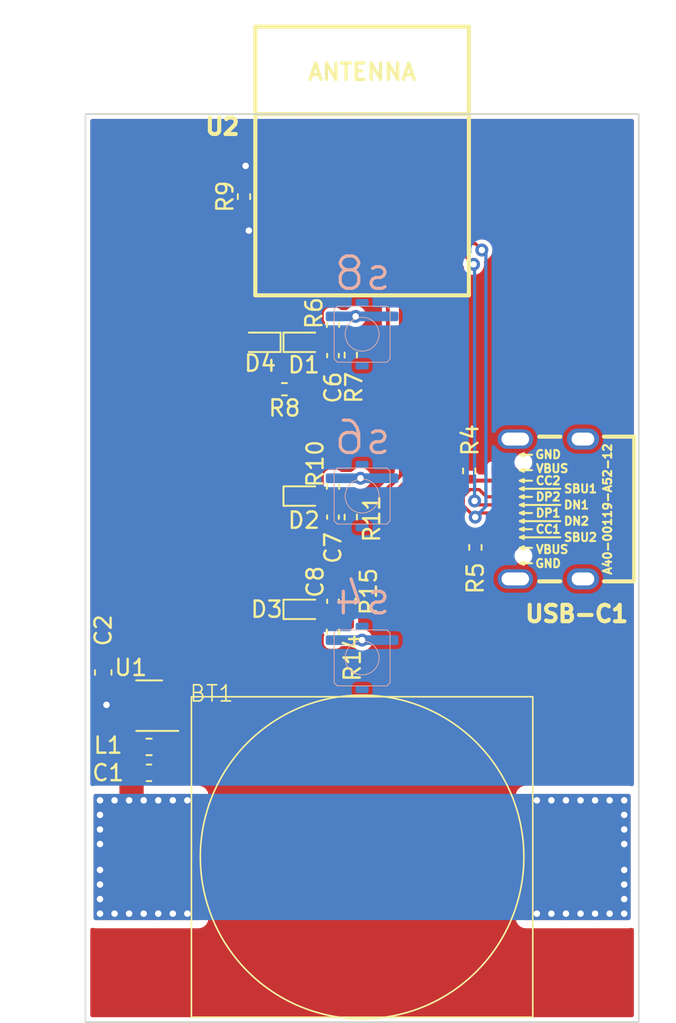
<source format=kicad_pcb>
(kicad_pcb (version 20221018) (generator pcbnew)
  (layers (0 "F.Cu" signal) (31 "B.Cu" signal) (34 "B.Paste" user) (35 "F.Paste" user) (36 "B.SilkS" user "B.Silkscreen") (37 "F.SilkS" user "F.Silkscreen") (38 "B.Mask" user) (39 "F.Mask" user) (44 "Edge.Cuts" user))
  (net 0 "")
  (net 1 "+5V")
  (net 2 "GND")
  (net 3 "EN_LDO")
  (net 4 "8S")
  (net 5 "6S")
  (net 6 "4S")
  (net 7 "LATCH")
  (net 8 "Net-(USB-C1-CC2)")
  (net 9 "Net-(USB-C1-CC1)")
  (net 10 "+3V3")
  (net 11 "Net-(s8-1)")
  (net 12 "Net-(s6-1)")
  (net 13 "Net-(s4-1)")
  (net 28 "USB_D-")
  (net 29 "USB_D+")
  (net 41 "+3V0")
  (net 42 "Net-(U1-SW)")
  (footprint "Resistor_SMD:R_0402_1005Metric" (layer "F.Cu") (at 150.9 83.49 -90)
    (fp_text reference "R7" (at 2.01 -0.2 90) (layer "F.SilkS"))
    (fp_text value "10k")
    (fp_line (start -0.153641 -0.38) (end 0.153641 -0.38) (stroke (width 0.12)) (layer "F.SilkS"))
    (fp_line (start -0.153641 0.38) (end 0.153641 0.38) (stroke (width 0.12)) (layer "F.SilkS"))
    (pad "1" smd roundrect (at -0.51 0 270) (size 0.54 0.64) (layers "F.Cu" "F.Paste" "F.Mask") (net 4 "8S"))
    (pad "2" smd roundrect (at 0.51 0 270) (size 0.54 0.64) (layers "F.Cu" "F.Paste" "F.Mask") (net 2 "GND"))
  )
  (footprint "Capacitor_SMD:C_0603_1608Metric" (layer "F.Cu") (at 138.43 109.3)
    (fp_text reference "C1" (at -2.53 0) (layer "F.SilkS"))
    (fp_text value "10u")
    (fp_line (start -0.14058 -0.51) (end 0.14058 -0.51) (stroke (width 0.12)) (layer "F.SilkS"))
    (fp_line (start -0.14058 0.51) (end 0.14058 0.51) (stroke (width 0.12)) (layer "F.SilkS"))
    (pad "1" smd roundrect (at -0.775 0) (size 0.9 0.95) (layers "F.Cu" "F.Paste" "F.Mask") (net 41 "+3V0"))
    (pad "2" smd roundrect (at 0.775 0) (size 0.9 0.95) (layers "F.Cu" "F.Paste" "F.Mask") (net 2 "GND"))
  )
  (footprint "Diode_SMD:D_SOD-523" (layer "F.Cu") (at 148 82.7)
    (fp_text reference "D1" (at 0 1.4) (layer "F.SilkS"))
    (fp_text value "1N4148WT")
    (fp_line (start -1.26 -0.6) (end -1.26 0.6) (stroke (width 0.12)) (layer "F.SilkS"))
    (fp_line (start 0.7 -0.6) (end -1.26 -0.6) (stroke (width 0.12)) (layer "F.SilkS"))
    (fp_line (start 0.7 0.6) (end -1.26 0.6) (stroke (width 0.12)) (layer "F.SilkS"))
    (pad "1" smd roundrect (at -0.7 0 180) (size 0.6 0.7) (layers "F.Cu" "F.Paste" "F.Mask") (net 3 "EN_LDO"))
    (pad "2" smd roundrect (at 0.7 0 180) (size 0.6 0.7) (layers "F.Cu" "F.Paste" "F.Mask") (net 4 "8S"))
  )
  (footprint "Capacitor_SMD:C_0603_1608Metric" (layer "F.Cu") (at 135.6 103.1 90)
    (fp_text reference "C2" (at 2.6 0 90) (layer "F.SilkS"))
    (fp_text value "10u")
    (fp_line (start -0.14058 -0.51) (end 0.14058 -0.51) (stroke (width 0.12)) (layer "F.SilkS"))
    (fp_line (start -0.14058 0.51) (end 0.14058 0.51) (stroke (width 0.12)) (layer "F.SilkS"))
    (pad "1" smd roundrect (at -0.775 0 90) (size 0.9 0.95) (layers "F.Cu" "F.Paste" "F.Mask") (net 10 "+3V3"))
    (pad "2" smd roundrect (at 0.775 0 90) (size 0.9 0.95) (layers "F.Cu" "F.Paste" "F.Mask") (net 2 "GND"))
  )
  (footprint "Resistor_SMD:R_0402_1005Metric" (layer "F.Cu") (at 158.222 90.6478 90)
    (fp_text reference "R4" (at 1.905 0.0508 90) (layer "F.SilkS"))
    (fp_text value "5k1")
    (fp_line (start -0.153641 -0.38) (end 0.153641 -0.38) (stroke (width 0.12)) (layer "F.SilkS"))
    (fp_line (start -0.153641 0.38) (end 0.153641 0.38) (stroke (width 0.12)) (layer "F.SilkS"))
    (pad "1" smd roundrect (at -0.51 0 90) (size 0.54 0.64) (layers "F.Cu" "F.Paste" "F.Mask") (net 8 "Net-(USB-C1-CC2)"))
    (pad "2" smd roundrect (at 0.51 0 90) (size 0.54 0.64) (layers "F.Cu" "F.Paste" "F.Mask") (net 2 "GND"))
  )
  (footprint "Resistor_SMD:R_0402_1005Metric" (layer "F.Cu") (at 149.8 91.6 90)
    (fp_text reference "R10" (at 1.4 -1.1 90) (layer "F.SilkS"))
    (fp_text value "1k")
    (fp_line (start -0.153641 -0.38) (end 0.153641 -0.38) (stroke (width 0.12)) (layer "F.SilkS"))
    (fp_line (start -0.153641 0.38) (end 0.153641 0.38) (stroke (width 0.12)) (layer "F.SilkS"))
    (pad "1" smd roundrect (at -0.51 0 90) (size 0.54 0.64) (layers "F.Cu" "F.Paste" "F.Mask") (net 5 "6S"))
    (pad "2" smd roundrect (at 0.51 0 90) (size 0.54 0.64) (layers "F.Cu" "F.Paste" "F.Mask") (net 12 "Net-(s6-1)"))
  )
  (footprint "Personal:ESP32-­C3-­MINI­-1" (layer "F.Cu") (at 151.6 74.2)
    (fp_text reference "U2" (at -8.636 -4.826) (layer "F.SilkS") (effects (font (size 1.016 1.016) (thickness 0.254))))
    (fp_text value "ESP32-C3-MINI-1-N4")
    (fp_text user "ANTENNA" (at 0 -8.2) (layer "F.SilkS") (effects (font (size 1.016 1.016) (thickness 0.2) bold)))
    (fp_line (start -6.6 -11) (end -6.6 -5.6) (stroke (width 0.254)) (layer "F.SilkS"))
    (fp_line (start -6.6 -5.6) (end -6.6 5.6) (stroke (width 0.254)) (layer "F.SilkS"))
    (fp_line (start 6.6 -11) (end -6.6 -11) (stroke (width 0.254)) (layer "F.SilkS"))
    (fp_line (start 6.6 -11) (end 6.6 -5.6) (stroke (width 0.254)) (layer "F.SilkS"))
    (fp_line (start 6.6 -5.6) (end -6.6 -5.6) (stroke (width 0.254)) (layer "F.SilkS"))
    (fp_line (start 6.6 5.6) (end -6.6 5.6) (stroke (width 0.254)) (layer "F.SilkS"))
    (fp_line (start 6.6 5.6) (end 6.6 -5.6) (stroke (width 0.254)) (layer "F.SilkS"))
    (pad "1" smd rect (at -5.9 -4 90) (size 0.4 0.8) (layers "F.Cu" "F.Paste" "F.Mask") (net 2 "GND"))
    (pad "2" smd rect (at -5.9 -3.2 90) (size 0.4 0.8) (layers "F.Cu" "F.Paste" "F.Mask") (net 2 "GND"))
    (pad "3" smd rect (at -5.9 -2.4 90) (size 0.4 0.8) (layers "F.Cu" "F.Paste" "F.Mask") (net 10 "+3V3"))
    (pad "4" smd rect (at -5.9 -1.6 90) (size 0.4 0.8) (layers "F.Cu" "F.Paste" "F.Mask"))
    (pad "5" smd rect (at -5.9 -0.8 90) (size 0.4 0.8) (layers "F.Cu" "F.Paste" "F.Mask"))
    (pad "6" smd rect (at -5.9 0 90) (size 0.4 0.8) (layers "F.Cu" "F.Paste" "F.Mask") (net 7 "LATCH"))
    (pad "7" smd rect (at -5.9 0.8 90) (size 0.4 0.8) (layers "F.Cu" "F.Paste" "F.Mask"))
    (pad "8" smd rect (at -5.9 1.6 90) (size 0.4 0.8) (layers "F.Cu" "F.Paste" "F.Mask") (net 10 "+3V3"))
    (pad "9" smd rect (at -5.9 2.4 90) (size 0.4 0.8) (layers "F.Cu" "F.Paste" "F.Mask"))
    (pad "10" smd rect (at -5.9 3.2 90) (size 0.4 0.8) (layers "F.Cu" "F.Paste" "F.Mask"))
    (pad "11" smd rect (at -5.9 4 90) (size 0.4 0.8) (layers "F.Cu" "F.Paste" "F.Mask") (net 2 "GND"))
    (pad "12" smd rect (at -4.8 4.9) (size 0.4 0.8) (layers "F.Cu" "F.Paste" "F.Mask"))
    (pad "13" smd rect (at -4 4.9) (size 0.4 0.8) (layers "F.Cu" "F.Paste" "F.Mask"))
    (pad "14" smd rect (at -3.2 4.9) (size 0.4 0.8) (layers "F.Cu" "F.Paste" "F.Mask") (net 2 "GND"))
    (pad "15" smd rect (at -2.4 4.9) (size 0.4 0.8) (layers "F.Cu" "F.Paste" "F.Mask"))
    (pad "16" smd rect (at -1.6 4.9) (size 0.4 0.8) (layers "F.Cu" "F.Paste" "F.Mask"))
    (pad "17" smd rect (at -0.8 4.9) (size 0.4 0.8) (layers "F.Cu" "F.Paste" "F.Mask"))
    (pad "18" smd rect (at 0 4.9) (size 0.4 0.8) (layers "F.Cu" "F.Paste" "F.Mask"))
    (pad "19" smd rect (at 0.8 4.9) (size 0.4 0.8) (layers "F.Cu" "F.Paste" "F.Mask"))
    (pad "20" smd rect (at 1.6 4.9) (size 0.4 0.8) (layers "F.Cu" "F.Paste" "F.Mask") (net 4 "8S"))
    (pad "21" smd rect (at 2.4 4.9) (size 0.4 0.8) (layers "F.Cu" "F.Paste" "F.Mask") (net 5 "6S"))
    (pad "22" smd rect (at 3.2 4.9) (size 0.4 0.8) (layers "F.Cu" "F.Paste" "F.Mask") (net 6 "4S"))
    (pad "23" smd rect (at 4 4.9) (size 0.4 0.8) (layers "F.Cu" "F.Paste" "F.Mask"))
    (pad "24" smd rect (at 4.8 4.9) (size 0.4 0.8) (layers "F.Cu" "F.Paste" "F.Mask"))
    (pad "25" smd rect (at 5.9 4 90) (size 0.4 0.8) (layers "F.Cu" "F.Paste" "F.Mask"))
    (pad "26" smd rect (at 5.9 3.2 90) (size 0.4 0.8) (layers "F.Cu" "F.Paste" "F.Mask") (net 28 "USB_D-"))
    (pad "27" smd rect (at 5.9 2.4 90) (size 0.4 0.8) (layers "F.Cu" "F.Paste" "F.Mask") (net 29 "USB_D+"))
    (pad "28" smd rect (at 5.9 1.6 90) (size 0.4 0.8) (layers "F.Cu" "F.Paste" "F.Mask"))
    (pad "29" smd rect (at 5.9 0.8 90) (size 0.4 0.8) (layers "F.Cu" "F.Paste" "F.Mask"))
    (pad "30" smd rect (at 5.9 0 90) (size 0.4 0.8) (layers "F.Cu" "F.Paste" "F.Mask"))
    (pad "31" smd rect (at 5.9 -0.8 90) (size 0.4 0.8) (layers "F.Cu" "F.Paste" "F.Mask"))
    (pad "32" smd rect (at 5.9 -1.6 90) (size 0.4 0.8) (layers "F.Cu" "F.Paste" "F.Mask"))
    (pad "33" smd rect (at 5.9 -2.4 90) (size 0.4 0.8) (layers "F.Cu" "F.Paste" "F.Mask"))
    (pad "34" smd rect (at 5.9 -3.2 90) (size 0.4 0.8) (layers "F.Cu" "F.Paste" "F.Mask"))
    (pad "35" smd rect (at 5.9 -4 90) (size 0.4 0.8) (layers "F.Cu" "F.Paste" "F.Mask"))
    (pad "36" smd rect (at 4.8 -4.9) (size 0.4 0.8) (layers "F.Cu" "F.Paste" "F.Mask") (net 2 "GND"))
    (pad "37" smd rect (at 4 -4.9) (size 0.4 0.8) (layers "F.Cu" "F.Paste" "F.Mask") (net 2 "GND"))
    (pad "38" smd rect (at 3.2 -4.9) (size 0.4 0.8) (layers "F.Cu" "F.Paste" "F.Mask") (net 2 "GND"))
    (pad "39" smd rect (at 2.4 -4.9) (size 0.4 0.8) (layers "F.Cu" "F.Paste" "F.Mask") (net 2 "GND"))
    (pad "40" smd rect (at 1.6 -4.9) (size 0.4 0.8) (layers "F.Cu" "F.Paste" "F.Mask") (net 2 "GND"))
    (pad "41" smd rect (at 0.8 -4.9) (size 0.4 0.8) (layers "F.Cu" "F.Paste" "F.Mask") (net 2 "GND"))
    (pad "42" smd rect (at 0 -4.9) (size 0.4 0.8) (layers "F.Cu" "F.Paste" "F.Mask") (net 2 "GND"))
    (pad "43" smd rect (at -0.8 -4.9) (size 0.4 0.8) (layers "F.Cu" "F.Paste" "F.Mask") (net 2 "GND"))
    (pad "44" smd rect (at -1.6 -4.9) (size 0.4 0.8) (layers "F.Cu" "F.Paste" "F.Mask") (net 2 "GND"))
    (pad "45" smd rect (at -2.4 -4.9) (size 0.4 0.8) (layers "F.Cu" "F.Paste" "F.Mask") (net 2 "GND"))
    (pad "46" smd rect (at -3.2 -4.9) (size 0.4 0.8) (layers "F.Cu" "F.Paste" "F.Mask") (net 2 "GND"))
    (pad "47" smd rect (at -4 -4.9) (size 0.4 0.8) (layers "F.Cu" "F.Paste" "F.Mask") (net 2 "GND"))
    (pad "48" smd rect (at -4.8 -4.9) (size 0.4 0.8) (layers "F.Cu" "F.Paste" "F.Mask") (net 2 "GND"))
    (pad "49" smd rect (at -1.975 -1.975 90) (size 1.45 1.45) (layers "F.Cu" "F.Paste" "F.Mask") (net 2 "GND"))
    (pad "49" smd rect (at -1.975 0 90) (size 1.45 1.45) (layers "F.Cu" "F.Paste" "F.Mask") (net 2 "GND"))
    (pad "49" smd rect (at -1.975 1.975 90) (size 1.45 1.45) (layers "F.Cu" "F.Paste" "F.Mask") (net 2 "GND"))
    (pad "49" smd rect (at 0 -1.975 90) (size 1.45 1.45) (layers "F.Cu" "F.Paste" "F.Mask") (net 2 "GND"))
    (pad "49" smd rect (at 0 0 90) (size 1.45 1.45) (layers "F.Cu" "F.Paste" "F.Mask") (net 2 "GND"))
    (pad "49" smd rect (at 0 1.975 90) (size 1.45 1.45) (layers "F.Cu" "F.Paste" "F.Mask") (net 2 "GND"))
    (pad "49" smd rect (at 1.975 -1.975 90) (size 1.45 1.45) (layers "F.Cu" "F.Paste" "F.Mask") (net 2 "GND"))
    (pad "49" smd rect (at 1.975 0 90) (size 1.45 1.45) (layers "F.Cu" "F.Paste" "F.Mask") (net 2 "GND"))
    (pad "49" smd rect (at 1.975 1.975 90) (size 1.45 1.45) (layers "F.Cu" "F.Paste" "F.Mask") (net 2 "GND"))
    (pad "50" smd rect (at 5.95 -4.95) (size 0.7 0.7) (layers "F.Cu" "F.Paste" "F.Mask") (net 2 "GND"))
    (pad "51" smd rect (at 5.95 4.95) (size 0.7 0.7) (layers "F.Cu" "F.Paste" "F.Mask") (net 2 "GND"))
    (pad "52" smd rect (at -5.95 4.95) (size 0.7 0.7) (layers "F.Cu" "F.Paste" "F.Mask") (net 2 "GND"))
    (pad "53" smd rect (at -5.95 -4.95) (size 0.7 0.7) (layers "F.Cu" "F.Paste" "F.Mask") (net 2 "GND"))
  )
  (footprint "Resistor_SMD:R_0402_1005Metric" (layer "F.Cu") (at 149.8 100.6 -90)
    (fp_text reference "R14" (at 1.6 -1.2 90) (layer "F.SilkS"))
    (fp_text value "1k")
    (fp_line (start -0.153641 -0.38) (end 0.153641 -0.38) (stroke (width 0.12)) (layer "F.SilkS"))
    (fp_line (start -0.153641 0.38) (end 0.153641 0.38) (stroke (width 0.12)) (layer "F.SilkS"))
    (pad "1" smd roundrect (at -0.51 0 270) (size 0.54 0.64) (layers "F.Cu" "F.Paste" "F.Mask") (net 6 "4S"))
    (pad "2" smd roundrect (at 0.51 0 270) (size 0.54 0.64) (layers "F.Cu" "F.Paste" "F.Mask") (net 13 "Net-(s4-1)"))
  )
  (footprint "Capacitor_SMD:C_0402_1005Metric" (layer "F.Cu") (at 149.8 93.5 -90)
    (fp_text reference "C7" (at 1.9 0 90) (layer "F.SilkS"))
    (fp_text value "1u")
    (fp_line (start -0.107836 -0.36) (end 0.107836 -0.36) (stroke (width 0.12)) (layer "F.SilkS"))
    (fp_line (start -0.107836 0.36) (end 0.107836 0.36) (stroke (width 0.12)) (layer "F.SilkS"))
    (pad "1" smd roundrect (at -0.48 0 270) (size 0.56 0.62) (layers "F.Cu" "F.Paste" "F.Mask") (net 5 "6S"))
    (pad "2" smd roundrect (at 0.48 0 270) (size 0.56 0.62) (layers "F.Cu" "F.Paste" "F.Mask") (net 2 "GND"))
  )
  (footprint "Diode_SMD:D_SOD-523" (layer "F.Cu") (at 145.3 82.7 180)
    (fp_text reference "D4" (at 0 -1.3) (layer "F.SilkS"))
    (fp_text value "1N4148WT")
    (fp_line (start -1.26 -0.6) (end -1.26 0.6) (stroke (width 0.12)) (layer "F.SilkS"))
    (fp_line (start 0.7 -0.6) (end -1.26 -0.6) (stroke (width 0.12)) (layer "F.SilkS"))
    (fp_line (start 0.7 0.6) (end -1.26 0.6) (stroke (width 0.12)) (layer "F.SilkS"))
    (pad "1" smd roundrect (at -0.7 0) (size 0.6 0.7) (layers "F.Cu" "F.Paste" "F.Mask") (net 3 "EN_LDO"))
    (pad "2" smd roundrect (at 0.7 0) (size 0.6 0.7) (layers "F.Cu" "F.Paste" "F.Mask") (net 7 "LATCH"))
  )
  (footprint "Capacitor_SMD:C_0402_1005Metric" (layer "F.Cu") (at 149.8 83.52 -90)
    (fp_text reference "C6" (at 1.98 0 90) (layer "F.SilkS"))
    (fp_text value "1u")
    (fp_line (start -0.107836 -0.36) (end 0.107836 -0.36) (stroke (width 0.12)) (layer "F.SilkS"))
    (fp_line (start -0.107836 0.36) (end 0.107836 0.36) (stroke (width 0.12)) (layer "F.SilkS"))
    (pad "1" smd roundrect (at -0.48 0 270) (size 0.56 0.62) (layers "F.Cu" "F.Paste" "F.Mask") (net 4 "8S"))
    (pad "2" smd roundrect (at 0.48 0 270) (size 0.56 0.62) (layers "F.Cu" "F.Paste" "F.Mask") (net 2 "GND"))
  )
  (footprint "Resistor_SMD:R_0402_1005Metric" (layer "F.Cu") (at 149.8 81.6 90)
    (fp_text reference "R6" (at 0.7 -1.17 90) (layer "F.SilkS"))
    (fp_text value "1k")
    (fp_line (start -0.153641 -0.38) (end 0.153641 -0.38) (stroke (width 0.12)) (layer "F.SilkS"))
    (fp_line (start -0.153641 0.38) (end 0.153641 0.38) (stroke (width 0.12)) (layer "F.SilkS"))
    (pad "1" smd roundrect (at -0.51 0 90) (size 0.54 0.64) (layers "F.Cu" "F.Paste" "F.Mask") (net 4 "8S"))
    (pad "2" smd roundrect (at 0.51 0 90) (size 0.54 0.64) (layers "F.Cu" "F.Paste" "F.Mask") (net 11 "Net-(s8-1)"))
  )
  (footprint "Resistor_SMD:R_0402_1005Metric" (layer "F.Cu") (at 150.8 98.7 90)
    (fp_text reference "R15" (at 0.6 1.2 90) (layer "F.SilkS"))
    (fp_text value "10k")
    (fp_line (start -0.153641 -0.38) (end 0.153641 -0.38) (stroke (width 0.12)) (layer "F.SilkS"))
    (fp_line (start -0.153641 0.38) (end 0.153641 0.38) (stroke (width 0.12)) (layer "F.SilkS"))
    (pad "1" smd roundrect (at -0.51 0 90) (size 0.54 0.64) (layers "F.Cu" "F.Paste" "F.Mask") (net 6 "4S"))
    (pad "2" smd roundrect (at 0.51 0 90) (size 0.54 0.64) (layers "F.Cu" "F.Paste" "F.Mask") (net 2 "GND"))
  )
  (footprint "Resistor_SMD:R_0402_1005Metric" (layer "F.Cu") (at 146.8 85.6 180)
    (fp_text reference "R8" (at 0 -1.17) (layer "F.SilkS"))
    (fp_text value "10k")
    (fp_line (start -0.153641 -0.38) (end 0.153641 -0.38) (stroke (width 0.12)) (layer "F.SilkS"))
    (fp_line (start -0.153641 0.38) (end 0.153641 0.38) (stroke (width 0.12)) (layer "F.SilkS"))
    (pad "1" smd roundrect (at -0.51 0 180) (size 0.54 0.64) (layers "F.Cu" "F.Paste" "F.Mask") (net 3 "EN_LDO"))
    (pad "2" smd roundrect (at 0.51 0 180) (size 0.54 0.64) (layers "F.Cu" "F.Paste" "F.Mask") (net 2 "GND"))
  )
  (footprint "Inductor_SMD:L_0603_1608Metric" (layer "F.Cu") (at 138.43 107.7)
    (fp_text reference "L1" (at -2.53 -0.1) (layer "F.SilkS"))
    (fp_text value "4.7u")
    (fp_line (start -0.162779 -0.51) (end 0.162779 -0.51) (stroke (width 0.12)) (layer "F.SilkS"))
    (fp_line (start -0.162779 0.51) (end 0.162779 0.51) (stroke (width 0.12)) (layer "F.SilkS"))
    (pad "1" smd roundrect (at -0.7875 0) (size 0.875 0.95) (layers "F.Cu" "F.Paste" "F.Mask") (net 41 "+3V0"))
    (pad "2" smd roundrect (at 0.7875 0) (size 0.875 0.95) (layers "F.Cu" "F.Paste" "F.Mask") (net 42 "Net-(U1-SW)"))
  )
  (footprint "Capacitor_SMD:C_0402_1005Metric" (layer "F.Cu") (at 149.8 98.7 90)
    (fp_text reference "C8" (at 1.2 -1.1 90) (layer "F.SilkS"))
    (fp_text value "1u")
    (fp_line (start -0.107836 -0.36) (end 0.107836 -0.36) (stroke (width 0.12)) (layer "F.SilkS"))
    (fp_line (start -0.107836 0.36) (end 0.107836 0.36) (stroke (width 0.12)) (layer "F.SilkS"))
    (pad "1" smd roundrect (at -0.48 0 90) (size 0.56 0.62) (layers "F.Cu" "F.Paste" "F.Mask") (net 6 "4S"))
    (pad "2" smd roundrect (at 0.48 0 90) (size 0.56 0.62) (layers "F.Cu" "F.Paste" "F.Mask") (net 2 "GND"))
  )
  (footprint "Diode_SMD:D_SOD-523" (layer "F.Cu") (at 148 92.2)
    (fp_text reference "D2" (at 0 1.5) (layer "F.SilkS"))
    (fp_text value "1N4148WT")
    (fp_line (start -1.26 -0.6) (end -1.26 0.6) (stroke (width 0.12)) (layer "F.SilkS"))
    (fp_line (start 0.7 -0.6) (end -1.26 -0.6) (stroke (width 0.12)) (layer "F.SilkS"))
    (fp_line (start 0.7 0.6) (end -1.26 0.6) (stroke (width 0.12)) (layer "F.SilkS"))
    (pad "1" smd roundrect (at -0.7 0 180) (size 0.6 0.7) (layers "F.Cu" "F.Paste" "F.Mask") (net 3 "EN_LDO"))
    (pad "2" smd roundrect (at 0.7 0 180) (size 0.6 0.7) (layers "F.Cu" "F.Paste" "F.Mask") (net 5 "6S"))
  )
  (footprint "Resistor_SMD:R_0402_1005Metric" (layer "F.Cu") (at 144.3 73.7 90)
    (fp_text reference "R9" (at 0 -1.17 90) (layer "F.SilkS"))
    (fp_text value "1M")
    (fp_line (start -0.153641 -0.38) (end 0.153641 -0.38) (stroke (width 0.12)) (layer "F.SilkS"))
    (fp_line (start -0.153641 0.38) (end 0.153641 0.38) (stroke (width 0.12)) (layer "F.SilkS"))
    (pad "1" smd roundrect (at -0.51 0 90) (size 0.54 0.64) (layers "F.Cu" "F.Paste" "F.Mask") (net 7 "LATCH"))
    (pad "2" smd roundrect (at 0.51 0 90) (size 0.54 0.64) (layers "F.Cu" "F.Paste" "F.Mask") (net 2 "GND"))
  )
  (footprint "Personal:USB2.0_TYPE-C(A40-00119-A52-12)" (layer "F.Cu") (at 164.1 93)
    (fp_text reference "USB-C1" (at 0.762 6.477) (layer "F.SilkS") (effects (font (size 1.016 1.016) (thickness 0.254))))
    (fp_text value "USB-C-16P-F(A40-00119-A52-12)")
    (fp_text user "VBUS" (at -0.75 -2.5) (layer "F.SilkS") (effects (font (size 0.508 0.508) (thickness 0.127))))
    (fp_text user "GND" (at -1 -3.3655) (layer "F.SilkS") (effects (font (size 0.508 0.508) (thickness 0.127))))
    (fp_text user "SBU2" (at 1 1.75) (layer "F.SilkS") (effects (font (size 0.508 0.508) (thickness 0.127))))
    (fp_text user "CC2" (at -1 -1.75) (layer "F.SilkS") (effects (font (size 0.508 0.508) (thickness 0.127))))
    (fp_text user "DP2" (at -1 -0.75) (layer "F.SilkS") (effects (font (size 0.508 0.508) (thickness 0.127))))
    (fp_text user "CC1" (at -1 1.25) (layer "F.SilkS") (effects (font (size 0.508 0.508) (thickness 0.127))))
    (fp_text user "GND" (at -1 3.3655) (layer "F.SilkS") (effects (font (size 0.508 0.508) (thickness 0.127))))
    (fp_text user "DN2" (at 0.75 0.75) (layer "F.SilkS") (effects (font (size 0.508 0.508) (thickness 0.127))))
    (fp_text user "DN1" (at 0.75 -0.25) (layer "F.SilkS") (effects (font (size 0.508 0.508) (thickness 0.127))))
    (fp_text user "SBU1" (at 1 -1.25) (layer "F.SilkS") (effects (font (size 0.508 0.508) (thickness 0.127))))
    (fp_text user "DP1" (at -1 0.25) (layer "F.SilkS") (effects (font (size 0.508 0.508) (thickness 0.127))))
    (fp_text user "VBUS" (at -0.75 2.5) (layer "F.SilkS") (effects (font (size 0.508 0.508) (thickness 0.127))))
    (fp_text user "A40-00119-A52-12" (at 2.667 0 90) (layer "F.SilkS") (effects (font (size 0.508 0.508) (thickness 0.127))))
    (fp_line (start -2.75 -3.35) (end -2.5 -3.45) (stroke (width 0.127)) (layer "F.SilkS"))
    (fp_line (start -2.75 -3.35) (end -2.5 -3.25) (stroke (width 0.127)) (layer "F.SilkS"))
    (fp_line (start -2.75 -2.4) (end -2.5 -2.5) (stroke (width 0.127)) (layer "F.SilkS"))
    (fp_line (start -2.75 -2.4) (end -2.5 -2.3) (stroke (width 0.127)) (layer "F.SilkS"))
    (fp_line (start -2.75 -2.4) (end -2 -2.4) (stroke (width 0.127)) (layer "F.SilkS"))
    (fp_line (start -2.75 -1.75) (end -2.5 -1.85) (stroke (width 0.127)) (layer "F.SilkS"))
    (fp_line (start -2.75 -1.75) (end -2.5 -1.65) (stroke (width 0.127)) (layer "F.SilkS"))
    (fp_line (start -2.75 -1.25) (end -2.5 -1.35) (stroke (width 0.127)) (layer "F.SilkS"))
    (fp_line (start -2.75 -1.25) (end -2.5 -1.15) (stroke (width 0.127)) (layer "F.SilkS"))
    (fp_line (start -2.75 -0.75) (end -2.5 -0.85) (stroke (width 0.127)) (layer "F.SilkS"))
    (fp_line (start -2.75 -0.75) (end -2.5 -0.65) (stroke (width 0.127)) (layer "F.SilkS"))
    (fp_line (start -2.75 -0.25) (end -2.5 -0.35) (stroke (width 0.127)) (layer "F.SilkS"))
    (fp_line (start -2.75 -0.25) (end -2.5 -0.15) (stroke (width 0.127)) (layer "F.SilkS"))
    (fp_line (start -2.75 0.25) (end -2.5 0.15) (stroke (width 0.127)) (layer "F.SilkS"))
    (fp_line (start -2.75 0.25) (end -2.5 0.35) (stroke (width 0.127)) (layer "F.SilkS"))
    (fp_line (start -2.75 0.75) (end -2.5 0.65) (stroke (width 0.127)) (layer "F.SilkS"))
    (fp_line (start -2.75 0.75) (end -2.5 0.85) (stroke (width 0.127)) (layer "F.SilkS"))
    (fp_line (start -2.75 1.25) (end -2.5 1.15) (stroke (width 0.127)) (layer "F.SilkS"))
    (fp_line (start -2.75 1.25) (end -2.5 1.35) (stroke (width 0.127)) (layer "F.SilkS"))
    (fp_line (start -2.75 1.75) (end -2.5 1.65) (stroke (width 0.127)) (layer "F.SilkS"))
    (fp_line (start -2.75 1.75) (end -2.5 1.85) (stroke (width 0.127)) (layer "F.SilkS"))
    (fp_line (start -2.75 2.4) (end -2.5 2.3) (stroke (width 0.127)) (layer "F.SilkS"))
    (fp_line (start -2.75 2.4) (end -2.5 2.5) (stroke (width 0.127)) (layer "F.SilkS"))
    (fp_line (start -2.75 3.35) (end -2.5 3.25) (stroke (width 0.127)) (layer "F.SilkS"))
    (fp_line (start -2.75 3.35) (end -2.5 3.45) (stroke (width 0.127)) (layer "F.SilkS"))
    (fp_line (start -2 -3.35) (end -2.75 -3.35) (stroke (width 0.127)) (layer "F.SilkS"))
    (fp_line (start -2 -1.75) (end -2.75 -1.75) (stroke (width 0.127)) (layer "F.SilkS"))
    (fp_line (start -2 -0.75) (end -2.75 -0.75) (stroke (width 0.127)) (layer "F.SilkS"))
    (fp_line (start -2 0.25) (end -2.75 0.25) (stroke (width 0.127)) (layer "F.SilkS"))
    (fp_line (start -2 1.25) (end -2.75 1.25) (stroke (width 0.127)) (layer "F.SilkS"))
    (fp_line (start -2 2.4) (end -2.75 2.4) (stroke (width 0.127)) (layer "F.SilkS"))
    (fp_line (start -2 3.35) (end -2.75 3.35) (stroke (width 0.127)) (layer "F.SilkS"))
    (fp_line (start -1.55 -4.47) (end -0.25 -4.47) (stroke (width 0.254)) (layer "F.SilkS"))
    (fp_line (start -1.55 4.47) (end -0.25 4.47) (stroke (width 0.254)) (layer "F.SilkS"))
    (fp_line (start -0.25 -1.25) (end -2.75 -1.25) (stroke (width 0.127)) (layer "F.SilkS"))
    (fp_line (start -0.25 -0.25) (end -2.75 -0.25) (stroke (width 0.127)) (layer "F.SilkS"))
    (fp_line (start -0.25 0.75) (end -2.75 0.75) (stroke (width 0.127)) (layer "F.SilkS"))
    (fp_line (start -0.25 1.75) (end -2.75 1.75) (stroke (width 0.127)) (layer "F.SilkS"))
    (fp_line (start 2.45 4.47) (end 4.318 4.47) (stroke (width 0.254)) (layer "F.SilkS"))
    (fp_line (start 4.318 -4.47) (end 2.45 -4.47) (stroke (width 0.254)) (layer "F.SilkS"))
    (fp_line (start 4.318 4.47) (end 4.318 -4.47) (stroke (width 0.254)) (layer "F.SilkS"))
    (pad "" np_thru_hole circle (at -2.53 -2.89 90) (size 0.6 0.6) (drill 0.6) (layers "*.Cu" "*.Mask"))
    (pad "" np_thru_hole circle (at -2.53 2.89 90) (size 0.6 0.6) (drill 0.6) (layers "*.Cu" "*.Mask"))
    (pad "0" connect rect (at -3.03 -4.9276 90) (size 1.1 2.2) (layers "F.Cu" "F.Mask") (net 2 "GND"))
    (pad "0" thru_hole oval (at -3.03 -4.32 90) (size 1.2 2.2) (drill oval 0.8 1.7) (layers "*.Cu" "*.Mask") (net 2 "GND"))
    (pad "0" thru_hole oval (at -3.03 4.32 90) (size 1.2 2.2) (drill oval 0.8 1.7) (layers "*.Cu" "*.Mask") (net 2 "GND"))
    (pad "0" connect rect (at -3.03 4.9276 90) (size 1.1 2.2) (layers "F.Cu" "F.Mask") (net 2 "GND"))
    (pad "0" connect rect (at 1.15 -4.9276 90) (size 1.1 2) (layers "F.Cu" "F.Mask") (net 2 "GND"))
    (pad "0" thru_hole oval (at 1.15 -4.32 90) (size 1.3 2) (drill oval 0.8 1.4) (layers "*.Cu" "*.Mask") (net 2 "GND"))
    (pad "0" thru_hole oval (at 1.15 4.32 90) (size 1.3 2) (drill oval 0.8 1.4) (layers "*.Cu" "*.Mask") (net 2 "GND"))
    (pad "0" connect rect (at 1.15 4.9276 90) (size 1.1 2) (layers "F.Cu" "F.Mask") (net 2 "GND"))
    (pad "A1" smd rect (at -3.932 3.325 90) (size 0.3 1.15) (layers "F.Cu" "F.Paste" "F.Mask") (net 2 "GND"))
    (pad "A4" smd rect (at -3.932 2.525 90) (size 0.3 1.15) (layers "F.Cu" "F.Paste" "F.Mask") (net 1 "+5V"))
    (pad "A5" smd rect (at -3.932 1.25 90) (size 0.25 1.15) (layers "F.Cu" "F.Paste" "F.Mask") (net 9 "Net-(USB-C1-CC1)"))
    (pad "A6" smd rect (at -3.932 0.25 90) (size 0.25 1.15) (layers "F.Cu" "F.Paste" "F.Mask") (net 29 "USB_D+"))
    (pad "A7" smd rect (at -3.932 -0.25 90) (size 0.25 1.15) (layers "F.Cu" "F.Paste" "F.Mask") (net 28 "USB_D-"))
    (pad "A8" smd rect (at -3.932 -1.25 90) (size 0.25 1.15) (layers "F.Cu" "F.Paste" "F.Mask"))
    (pad "A9" smd rect (at -3.932 -2.525 90) (size 0.3 1.15) (layers "F.Cu" "F.Paste" "F.Mask") (net 1 "+5V"))
    (pad "A12" smd rect (at -3.932 -3.325 90) (size 0.3 1.15) (layers "F.Cu" "F.Paste" "F.Mask") (net 2 "GND"))
    (pad "B1" smd rect (at -3.932 -3.075 90) (size 0.3 1.15) (layers "F.Cu" "F.Paste" "F.Mask") (net 2 "GND"))
    (pad "B4" smd rect (at -3.932 -2.275 90) (size 0.3 1.15) (layers "F.Cu" "F.Paste" "F.Mask") (net 1 "+5V"))
    (pad "B5" smd rect (at -3.932 -1.75 90) (size 0.25 1.15) (layers "F.Cu" "F.Paste" "F.Mask") (net 8 "Net-(USB-C1-CC2)"))
    (pad "B6" smd rect (at -3.932 -0.75 90) (size 0.25 1.15) (layers "F.Cu" "F.Paste" "F.Mask") (net 29 "USB_D+"))
    (pad "B7" smd rect (at -3.932 0.75 90) (size 0.25 1.15) (layers "F.Cu" "F.Paste" "F.Mask") (net 28 "USB_D-"))
    (pad "B8" smd rect (at -3.932 1.75 90) (size 0.25 1.15) (layers "F.Cu" "F.Paste" "F.Mask"))
    (pad "B9" smd rect (at -3.932 2.275 90) (size 0.3 1.15) (layers "F.Cu" "F.Paste" "F.Mask") (net 1 "+5V"))
    (pad "B12" smd rect (at -3.932 3.075 90) (size 0.3 1.15) (layers "F.Cu" "F.Paste" "F.Mask") (net 2 "GND"))
  )
  (footprint "Diode_SMD:D_SOD-523" (layer "F.Cu") (at 148 99.2)
    (fp_text reference "D3" (at -2.3 0) (layer "F.SilkS"))
    (fp_text value "1N4148WT")
    (fp_line (start -1.26 -0.6) (end -1.26 0.6) (stroke (width 0.12)) (layer "F.SilkS"))
    (fp_line (start 0.7 -0.6) (end -1.26 -0.6) (stroke (width 0.12)) (layer "F.SilkS"))
    (fp_line (start 0.7 0.6) (end -1.26 0.6) (stroke (width 0.12)) (layer "F.SilkS"))
    (pad "1" smd roundrect (at -0.7 0 180) (size 0.6 0.7) (layers "F.Cu" "F.Paste" "F.Mask") (net 3 "EN_LDO"))
    (pad "2" smd roundrect (at 0.7 0 180) (size 0.6 0.7) (layers "F.Cu" "F.Paste" "F.Mask") (net 6 "4S"))
  )
  (footprint "Resistor_SMD:R_0402_1005Metric" (layer "F.Cu") (at 158.603 95.3722 -90)
    (fp_text reference "R5" (at 1.905 0 -270) (layer "F.SilkS"))
    (fp_text value "5k1")
    (fp_line (start -0.153641 -0.38) (end 0.153641 -0.38) (stroke (width 0.12)) (layer "F.SilkS"))
    (fp_line (start -0.153641 0.38) (end 0.153641 0.38) (stroke (width 0.12)) (layer "F.SilkS"))
    (pad "1" smd roundrect (at -0.51 0 270) (size 0.54 0.64) (layers "F.Cu" "F.Paste" "F.Mask") (net 9 "Net-(USB-C1-CC1)"))
    (pad "2" smd roundrect (at 0.51 0 270) (size 0.54 0.64) (layers "F.Cu" "F.Paste" "F.Mask") (net 2 "GND"))
  )
  (footprint "Resistor_SMD:R_0402_1005Metric" (layer "F.Cu") (at 150.9 93.5 -90)
    (fp_text reference "R11" (at 0.1 -1.3 90) (layer "F.SilkS"))
    (fp_text value "10k")
    (fp_line (start -0.153641 -0.38) (end 0.153641 -0.38) (stroke (width 0.12)) (layer "F.SilkS"))
    (fp_line (start -0.153641 0.38) (end 0.153641 0.38) (stroke (width 0.12)) (layer "F.SilkS"))
    (pad "1" smd roundrect (at -0.51 0 270) (size 0.54 0.64) (layers "F.Cu" "F.Paste" "F.Mask") (net 5 "6S"))
    (pad "2" smd roundrect (at 0.51 0 270) (size 0.54 0.64) (layers "F.Cu" "F.Paste" "F.Mask") (net 2 "GND"))
  )
  (footprint "Package_TO_SOT_SMD:SOT-23-6" (layer "F.Cu") (at 138.4375 105.15 180)
    (fp_text reference "U1" (at 1.1375 2.35) (layer "F.SilkS"))
    (fp_text value "~")
    (fp_line (start 0 -1.56) (end -1.8 -1.56) (stroke (width 0.12)) (layer "F.SilkS"))
    (fp_line (start 0 -1.56) (end 0.8 -1.56) (stroke (width 0.12)) (layer "F.SilkS"))
    (fp_line (start 0 1.56) (end -0.8 1.56) (stroke (width 0.12)) (layer "F.SilkS"))
    (fp_line (start 0 1.56) (end 0.8 1.56) (stroke (width 0.12)) (layer "F.SilkS"))
    (pad "1" smd roundrect (at -1.1375 -0.95 180) (size 1.325 0.6) (layers "F.Cu" "F.Paste" "F.Mask") (net 42 "Net-(U1-SW)"))
    (pad "2" smd roundrect (at -1.1375 0 180) (size 1.325 0.6) (layers "F.Cu" "F.Paste" "F.Mask") (net 2 "GND"))
    (pad "3" smd roundrect (at -1.1375 0.95 180) (size 1.325 0.6) (layers "F.Cu" "F.Paste" "F.Mask") (net 3 "EN_LDO"))
    (pad "4" smd roundrect (at 1.1375 0.95 180) (size 1.325 0.6) (layers "F.Cu" "F.Paste" "F.Mask"))
    (pad "5" smd roundrect (at 1.1375 0 180) (size 1.325 0.6) (layers "F.Cu" "F.Paste" "F.Mask") (net 10 "+3V3"))
    (pad "6" smd roundrect (at 1.1375 -0.95 180) (size 1.325 0.6) (layers "F.Cu" "F.Paste" "F.Mask") (net 41 "+3V0"))
  )
  (footprint "personal:MY-2032-04" (layer "F.Cu") (at 151.6 114.5)
    (fp_text reference "BT1" (at -9.3 -10.1 unlocked) (layer "F.SilkS") (effects (font (thickness 0.1))))
    (fp_text value "Battery_Cell")
    (fp_rect (start -10.55 -9.9) (end 10.55 9.9) (stroke (width 0.1)) (fill none) (layer "F.SilkS"))
    (fp_circle (center 0 0) (end 10 0) (stroke (width 0.1)) (fill none) (layer "F.SilkS"))
    (pad "1" smd rect (at -12.9 0) (size 5.7 6.1) (layers "F.Cu" "F.Paste" "F.Mask") (net 41 "+3V0"))
    (pad "1" smd rect (at 12.9 0) (size 5.7 6.1) (layers "F.Cu" "F.Paste" "F.Mask") (net 41 "+3V0"))
    (pad "2" connect circle (at 0 0) (size 17.8 17.8) (layers "F.Cu" "F.Mask") (net 2 "GND"))
  )
  (footprint "Personal:TS-1177-C-B-B" (layer "B.Cu") (at 151.6 92.2 180)
    (fp_text reference "s6" (at -0.03 3.606) (layer "B.SilkS") (effects (font (size 2 2) (thickness 0.2)) (justify mirror)))
    (fp_text value "BUTTON_4PIN_TS_1177" hide)
    (fp_line (start -1.73 -1.53) (end -1.73 1.53) (stroke (width 0.05)) (layer "B.SilkS"))
    (fp_line (start -1.73 1.53) (end -1.53 1.73) (stroke (width 0.05)) (layer "B.SilkS"))
    (fp_line (start -1.53 -1.73) (end -1.73 -1.53) (stroke (width 0.05)) (layer "B.SilkS"))
    (fp_line (start -1.53 1.73) (end 1.53 1.73) (stroke (width 0.05)) (layer "B.SilkS"))
    (fp_line (start 1.53 -1.73) (end -1.53 -1.73) (stroke (width 0.05)) (layer "B.SilkS"))
    (fp_line (start 1.53 1.73) (end 1.73 1.53) (stroke (width 0.05)) (layer "B.SilkS"))
    (fp_line (start 1.73 -1.53) (end 1.53 -1.73) (stroke (width 0.05)) (layer "B.SilkS"))
    (fp_line (start 1.73 1.53) (end 1.73 -1.53) (stroke (width 0.05)) (layer "B.SilkS"))
    (fp_circle (center 0 0) (end 1.047268 0) (stroke (width 0.05)) (fill none) (layer "B.SilkS"))
    (pad "P$5" smd roundrect (at 0 1.95 180) (size 0.8 0.45) (layers "B.Cu" "B.Paste" "B.Mask"))
    (pad "P$6" smd roundrect (at 0 -1.95 180) (size 0.8 0.45) (layers "B.Cu" "B.Paste" "B.Mask"))
    (pad "P1" smd roundrect (at -1.8 1.1 180) (size 0.9 0.6) (layers "B.Cu" "B.Paste" "B.Mask") (roundrect_rratio 0.2116666667) (net 12 "Net-(s6-1)"))
    (pad "P2" smd roundrect (at 1.8 1.1 180) (size 0.9 0.6) (layers "B.Cu" "B.Paste" "B.Mask") (roundrect_rratio 0.2116666667) (net 12 "Net-(s6-1)"))
    (pad "P3" smd roundrect (at -1.8 -1.1 180) (size 0.9 0.6) (layers "B.Cu" "B.Paste" "B.Mask") (roundrect_rratio 0.2116666667) (net 10 "+3V3"))
    (pad "P4" smd roundrect (at 1.8 -1.1 180) (size 0.9 0.6) (layers "B.Cu" "B.Paste" "B.Mask") (roundrect_rratio 0.2116666667) (net 10 "+3V3"))
  )
  (footprint "Personal:TS-1177-C-B-B" (layer "B.Cu") (at 151.6 82.2 180)
    (fp_text reference "s8" (at -0.03 3.75) (layer "B.SilkS") (effects (font (size 2 2) (thickness 0.2)) (justify mirror)))
    (fp_text value "BUTTON_4PIN_TS_1177" hide)
    (fp_line (start -1.73 -1.53) (end -1.73 1.53) (stroke (width 0.05)) (layer "B.SilkS"))
    (fp_line (start -1.73 1.53) (end -1.53 1.73) (stroke (width 0.05)) (layer "B.SilkS"))
    (fp_line (start -1.53 -1.73) (end -1.73 -1.53) (stroke (width 0.05)) (layer "B.SilkS"))
    (fp_line (start -1.53 1.73) (end 1.53 1.73) (stroke (width 0.05)) (layer "B.SilkS"))
    (fp_line (start 1.53 -1.73) (end -1.53 -1.73) (stroke (width 0.05)) (layer "B.SilkS"))
    (fp_line (start 1.53 1.73) (end 1.73 1.53) (stroke (width 0.05)) (layer "B.SilkS"))
    (fp_line (start 1.73 -1.53) (end 1.53 -1.73) (stroke (width 0.05)) (layer "B.SilkS"))
    (fp_line (start 1.73 1.53) (end 1.73 -1.53) (stroke (width 0.05)) (layer "B.SilkS"))
    (fp_circle (center 0 0) (end 1.047268 0) (stroke (width 0.05)) (fill none) (layer "B.SilkS"))
    (pad "P$5" smd roundrect (at 0 1.95 180) (size 0.8 0.45) (layers "B.Cu" "B.Paste" "B.Mask"))
    (pad "P$6" smd roundrect (at 0 -1.95 180) (size 0.8 0.45) (layers "B.Cu" "B.Paste" "B.Mask"))
    (pad "P1" smd roundrect (at -1.8 1.1 180) (size 0.9 0.6) (layers "B.Cu" "B.Paste" "B.Mask") (roundrect_rratio 0.2116666667) (net 11 "Net-(s8-1)"))
    (pad "P2" smd roundrect (at 1.8 1.1 180) (size 0.9 0.6) (layers "B.Cu" "B.Paste" "B.Mask") (roundrect_rratio 0.2116666667) (net 11 "Net-(s8-1)"))
    (pad "P3" smd roundrect (at -1.8 -1.1 180) (size 0.9 0.6) (layers "B.Cu" "B.Paste" "B.Mask") (roundrect_rratio 0.2116666667) (net 10 "+3V3"))
    (pad "P4" smd roundrect (at 1.8 -1.1 180) (size 0.9 0.6) (layers "B.Cu" "B.Paste" "B.Mask") (roundrect_rratio 0.2116666667) (net 10 "+3V3"))
  )
  (footprint "Personal:TS-1177-C-B-B" (layer "B.Cu") (at 151.6 102.2 180)
    (fp_text reference "s4" (at -0.03 3.7) (layer "B.SilkS") (effects (font (size 2 2) (thickness 0.2)) (justify mirror)))
    (fp_text value "BUTTON_4PIN_TS_1177" hide)
    (fp_line (start -1.73 -1.53) (end -1.73 1.53) (stroke (width 0.05)) (layer "B.SilkS"))
    (fp_line (start -1.73 1.53) (end -1.53 1.73) (stroke (width 0.05)) (layer "B.SilkS"))
    (fp_line (start -1.53 -1.73) (end -1.73 -1.53) (stroke (width 0.05)) (layer "B.SilkS"))
    (fp_line (start -1.53 1.73) (end 1.53 1.73) (stroke (width 0.05)) (layer "B.SilkS"))
    (fp_line (start 1.53 -1.73) (end -1.53 -1.73) (stroke (width 0.05)) (layer "B.SilkS"))
    (fp_line (start 1.53 1.73) (end 1.73 1.53) (stroke (width 0.05)) (layer "B.SilkS"))
    (fp_line (start 1.73 -1.53) (end 1.53 -1.73) (stroke (width 0.05)) (layer "B.SilkS"))
    (fp_line (start 1.73 1.53) (end 1.73 -1.53) (stroke (width 0.05)) (layer "B.SilkS"))
    (fp_circle (center 0 0) (end 1.047268 0) (stroke (width 0.05)) (fill none) (layer "B.SilkS"))
    (pad "P$5" smd roundrect (at 0 1.95 180) (size 0.8 0.45) (layers "B.Cu" "B.Paste" "B.Mask"))
    (pad "P$6" smd roundrect (at 0 -1.95 180) (size 0.8 0.45) (layers "B.Cu" "B.Paste" "B.Mask"))
    (pad "P1" smd roundrect (at -1.8 1.1 180) (size 0.9 0.6) (layers "B.Cu" "B.Paste" "B.Mask") (roundrect_rratio 0.2116666667) (net 13 "Net-(s4-1)"))
    (pad "P2" smd roundrect (at 1.8 1.1 180) (size 0.9 0.6) (layers "B.Cu" "B.Paste" "B.Mask") (roundrect_rratio 0.2116666667) (net 13 "Net-(s4-1)"))
    (pad "P3" smd roundrect (at -1.8 -1.1 180) (size 0.9 0.6) (layers "B.Cu" "B.Paste" "B.Mask") (roundrect_rratio 0.2116666667) (net 10 "+3V3"))
    (pad "P4" smd roundrect (at 1.8 -1.1 180) (size 0.9 0.6) (layers "B.Cu" "B.Paste" "B.Mask") (roundrect_rratio 0.2116666667) (net 10 "+3V3"))
  )
  (gr_rect (start 134.5 68.6) (end 168.7 124.7) (stroke (width 0.1)) (fill none) (layer "Edge.Cuts"))
  (segment (start 161.814 94.4605) (end 161.814 91.476) (width 0.508) (layer "F.Cu") (net 1))
  (segment (start 160.168 95.275) (end 160.168 95.525) (width 0.25) (layer "F.Cu") (net 1))
  (segment (start 160.168 90.475) (end 160.813 90.475) (width 0.254) (layer "F.Cu") (net 1))
  (segment (start 161.814 94.524) (end 160.925 95.413) (width 0.508) (layer "F.Cu") (net 1))
  (segment (start 160.925 95.413) (end 160.544 95.413) (width 0.508) (layer "F.Cu") (net 1))
  (segment (start 161.814 91.476) (end 160.925 90.587) (width 0.508) (layer "F.Cu") (net 1))
  (segment (start 160.168 90.725) (end 160.787 90.725) (width 0.254) (layer "F.Cu") (net 1))
  (segment (start 144.55 103.05) (end 147.3 100.3) (width 0.25) (layer "F.Cu") (net 3))
  (segment (start 147.3 82.7) (end 146 82.7) (width 0.25) (layer "F.Cu") (net 3))
  (segment (start 139.575 104.2) (end 143.4 104.2) (width 0.25) (layer "F.Cu") (net 3))
  (segment (start 147.3 99.2) (end 147.3 92.2) (width 0.25) (layer "F.Cu") (net 3))
  (segment (start 143.4 104.2) (end 144.55 103.05) (width 0.25) (layer "F.Cu") (net 3))
  (segment (start 147.3 82.7) (end 147.3 92.2) (width 0.25) (layer "F.Cu") (net 3))
  (segment (start 147.3 100.3) (end 147.3 99.2) (width 0.25) (layer "F.Cu") (net 3))
  (segment (start 152.02 82.98) (end 153.2 81.8) (width 0.25) (layer "F.Cu") (net 4))
  (segment (start 153.2 81.8) (end 153.2 79.1) (width 0.25) (layer "F.Cu") (net 4))
  (segment (start 150.9 82.98) (end 152.02 82.98) (width 0.25) (layer "F.Cu") (net 4))
  (segment (start 151.91 92.99) (end 154 90.9) (width 0.25) (layer "F.Cu") (net 5))
  (segment (start 154 90.9) (end 154 79.1) (width 0.25) (layer "F.Cu") (net 5))
  (segment (start 150.9 92.99) (end 151.91 92.99) (width 0.25) (layer "F.Cu") (net 5))
  (segment (start 154.8 98.1) (end 154.8 79.1) (width 0.25) (layer "F.Cu") (net 6))
  (segment (start 150.8 99.21) (end 153.69 99.21) (width 0.25) (layer "F.Cu") (net 6))
  (segment (start 153.69 99.21) (end 154.8 98.1) (width 0.25) (layer "F.Cu") (net 6))
  (segment (start 143.875 74.635) (end 143.875 82.275) (width 0.25) (layer "F.Cu") (net 7))
  (segment (start 144.3 74.21) (end 143.875 74.635) (width 0.25) (layer "F.Cu") (net 7))
  (segment (start 144.3 82.7) (end 144.6 82.7) (width 0.25) (layer "F.Cu") (net 7))
  (segment (start 143.875 82.275) (end 144.3 82.7) (width 0.25) (layer "F.Cu") (net 7))
  (segment (start 145.7 74.2) (end 144.31 74.2) (width 0.25) (layer "F.Cu") (net 7))
  (segment (start 144.31 74.2) (end 144.3 74.21) (width 0.25) (layer "F.Cu") (net 7))
  (segment (start 158.3102 91.246) (end 158.222 91.1578) (width 0.25) (layer "F.Cu") (net 8))
  (segment (start 160.1758 91.246) (end 158.3102 91.246) (width 0.25) (layer "F.Cu") (net 8))
  (segment (start 160.1758 94.246) (end 159.2192 94.246) (width 0.25) (layer "F.Cu") (net 9))
  (segment (start 159.2192 94.246) (end 158.603 94.8622) (width 0.25) (layer "F.Cu") (net 9))
  (segment (start 145.7 75.8) (end 144.6 75.8) (width 0.25) (layer "F.Cu") (net 10))
  (segment (start 135.85 105.15) (end 135.8 105.1) (width 0.25) (layer "F.Cu") (net 10))
  (segment (start 137.3 105.15) (end 135.85 105.15) (width 0.6) (layer "F.Cu") (net 10))
  (segment (start 135.8 105.1) (end 135.8 104.1925) (width 0.6) (layer "F.Cu") (net 10))
  (segment (start 145.7 71.8) (end 144.4 71.8) (width 0.25) (layer "F.Cu") (net 10))
  (via (at 144.6 75.8) (size 0.8) (drill 0.4) (layers "F.Cu" "B.Cu") (net 10))
  (via (at 144.4 71.8) (size 0.8) (drill 0.4) (layers "F.Cu" "B.Cu") (net 10))
  (via (at 135.8 105.1) (size 0.8) (drill 0.4) (layers "F.Cu" "B.Cu") (net 10))
  (segment (start 153.4 83.3) (end 149.8 83.3) (width 0.6) (layer "B.Cu") (net 10))
  (segment (start 153.4 103.3) (end 149.8 103.3) (width 0.25) (layer "B.Cu") (net 10))
  (segment (start 149.8 93.3) (end 153.4 93.3) (width 0.25) (layer "B.Cu") (net 10))
  (segment (start 149.8 81.09) (end 151.19 81.09) (width 0.25) (layer "F.Cu") (net 11))
  (segment (start 151.19 81.09) (end 151.2 81.1) (width 0.25) (layer "F.Cu") (net 11))
  (via (at 151.2 81.1) (size 0.8) (drill 0.4) (layers "F.Cu" "B.Cu") (net 11))
  (segment (start 149.8 81.1) (end 151.2 81.1) (width 0.6) (layer "B.Cu") (net 11))
  (segment (start 151.2 81.1) (end 153.4 81.1) (width 0.6) (layer "B.Cu") (net 11))
  (segment (start 149.8 91.09) (end 151.49 91.09) (width 0.25) (layer "F.Cu") (net 12))
  (segment (start 151.49 91.09) (end 151.5 91.1) (width 0.25) (layer "F.Cu") (net 12))
  (via (at 151.5 91.1) (size 0.8) (drill 0.4) (layers "F.Cu" "B.Cu") (net 12))
  (segment (start 151.5 91.1) (end 149.8 91.1) (width 0.6) (layer "B.Cu") (net 12))
  (segment (start 153.4 91.1) (end 151.5 91.1) (width 0.6) (layer "B.Cu") (net 12))
  (segment (start 151.59 101.09) (end 151.6 101.1) (width 0.25) (layer "F.Cu") (net 13))
  (segment (start 149.8 101.09) (end 151.59 101.09) (width 0.25) (layer "F.Cu") (net 13))
  (via (at 151.6 101.1) (size 0.8) (drill 0.4) (layers "F.Cu" "B.Cu") (net 13))
  (segment (start 149.8 101.1) (end 151.6 101.1) (width 0.6) (layer "B.Cu") (net 13))
  (segment (start 151.6 101.1) (end 153.4 101.1) (width 0.6) (layer "B.Cu") (net 13))
  (segment (start 161.0668 93.655) (end 161.0668 92.837) (width 0.2) (layer "F.Cu") (net 28))
  (segment (start 160.1758 93.746) (end 160.9758 93.746) (width 0.2) (layer "F.Cu") (net 28))
  (segment (start 158.5522 92.502) (end 158.7962 92.746) (width 0.2) (layer "F.Cu") (net 28))
  (segment (start 158.005432 77.4) (end 157.5 77.4) (width 0.2) (layer "F.Cu") (net 28))
  (segment (start 160.9758 92.746) (end 160.1758 92.746) (width 0.2) (layer "F.Cu") (net 28))
  (segment (start 161.0668 92.837) (end 160.9758 92.746) (width 0.2) (layer "F.Cu") (net 28))
  (segment (start 160.9758 93.746) (end 161.0668 93.655) (width 0.2) (layer "F.Cu") (net 28))
  (segment (start 158.48786 77.882428) (end 158.005432 77.4) (width 0.2) (layer "F.Cu") (net 28))
  (segment (start 158.7962 92.746) (end 160.1758 92.746) (width 0.2) (layer "F.Cu") (net 28))
  (via (at 158.5522 92.502) (size 0.8) (drill 0.4) (layers "F.Cu" "B.Cu") (net 28))
  (via (at 158.48786 77.882428) (size 0.8) (drill 0.4) (layers "F.Cu" "B.Cu") (net 28))
  (segment (start 158.5522 86.0778) (end 158.5522 77.946768) (width 0.2) (layer "B.Cu") (net 28))
  (segment (start 158.5522 92.502) (end 158.5522 86.0778) (width 0.2) (layer "B.Cu") (net 28))
  (segment (start 158.5522 77.946768) (end 158.48786 77.882428) (width 0.2) (layer "B.Cu") (net 28))
  (segment (start 158.26225 91.802) (end 157.8522 92.21205) (width 0.2) (layer "F.Cu") (net 29))
  (segment (start 157.8522 92.21205) (end 157.8522 92.79195) (width 0.2) (layer "F.Cu") (net 29))
  (segment (start 158.560984 93.500734) (end 158.591385 93.500734) (width 0.2) (layer "F.Cu") (net 29))
  (segment (start 158.84215 91.802) (end 158.26225 91.802) (width 0.2) (layer "F.Cu") (net 29))
  (segment (start 158.6 76.6) (end 157.5 76.6) (width 0.2) (layer "F.Cu") (net 29))
  (segment (start 158.846119 93.246) (end 158.591385 93.500734) (width 0.2) (layer "F.Cu") (net 29))
  (segment (start 159 77) (end 158.6 76.6) (width 0.2) (layer "F.Cu") (net 29))
  (segment (start 160.1758 92.246) (end 159.28615 92.246) (width 0.2) (layer "F.Cu") (net 29))
  (segment (start 159.28615 92.246) (end 158.84215 91.802) (width 0.2) (layer "F.Cu") (net 29))
  (segment (start 157.8522 92.79195) (end 158.560984 93.500734) (width 0.2) (layer "F.Cu") (net 29))
  (segment (start 160.1758 93.246) (end 158.846119 93.246) (width 0.2) (layer "F.Cu") (net 29))
  (via (at 159 77) (size 0.8) (drill 0.4) (layers "F.Cu" "B.Cu") (net 29))
  (via (at 158.591385 93.500734) (size 0.8) (drill 0.4) (layers "F.Cu" "B.Cu") (net 29))
  (segment (start 159.2522 77.2522) (end 159 77) (width 0.2) (layer "B.Cu") (net 29))
  (segment (start 158.591385 93.500734) (end 159.2522 92.839919) (width 0.2) (layer "B.Cu") (net 29))
  (segment (start 159.2522 86.6) (end 159.2522 77.2522) (width 0.2) (layer "B.Cu") (net 29))
  (segment (start 159.2522 92.839919) (end 159.2522 86.6) (width 0.2) (layer "B.Cu") (net 29))
  (via (at 164.2 111) (size 0.8) (drill 0.4) (layers "F.Cu" "B.Cu") (net 41))
  (via (at 136.3 118) (size 0.8) (drill 0.4) (layers "F.Cu" "B.Cu") (net 41))
  (via (at 167.8 117.1) (size 0.8) (drill 0.4) (layers "F.Cu" "B.Cu") (net 41))
  (via (at 165.1 118) (size 0.8) (drill 0.4) (layers "F.Cu" "B.Cu") (net 41))
  (via (at 166 118) (size 0.8) (drill 0.4) (layers "F.Cu" "B.Cu") (net 41))
  (via (at 166.9 111) (size 0.8) (drill 0.4) (layers "F.Cu" "B.Cu") (net 41))
  (via (at 136.3 111) (size 0.8) (drill 0.4) (layers "F.Cu" "B.Cu") (net 41))
  (via (at 167.8 118) (size 0.8) (drill 0.4) (layers "F.Cu" "B.Cu") (net 41))
  (via (at 135.4 116.2) (size 0.8) (drill 0.4) (layers "F.Cu" "B.Cu") (net 41))
  (via (at 163.3 118) (size 0.8) (drill 0.4) (layers "F.Cu" "B.Cu") (net 41))
  (via (at 135.4 115.3) (size 0.8) (drill 0.4) (layers "F.Cu" "B.Cu") (net 41))
  (via (at 162.4 111) (size 0.8) (drill 0.4) (layers "F.Cu" "B.Cu") (net 41))
  (via (at 166.9 118) (size 0.8) (drill 0.4) (layers "F.Cu" "B.Cu") (net 41))
  (via (at 135.4 112.8) (size 0.8) (drill 0.4) (layers "F.Cu" "B.Cu") (net 41))
  (via (at 138.1 111) (size 0.8) (drill 0.4) (layers "F.Cu" "B.Cu") (net 41))
  (via (at 139 118) (size 0.8) (drill 0.4) (layers "F.Cu" "B.Cu") (net 41))
  (via (at 163.3 111) (size 0.8) (drill 0.4) (layers "F.Cu" "B.Cu") (net 41))
  (via (at 139.9 118) (size 0.8) (drill 0.4) (layers "F.Cu" "B.Cu") (net 41))
  (via (at 164.2 118) (size 0.8) (drill 0.4) (layers "F.Cu" "B.Cu") (net 41))
  (via (at 162.4 118) (size 0.8) (drill 0.4) (layers "F.Cu" "B.Cu") (net 41))
  (via (at 137.2 111) (size 0.8) (drill 0.4) (layers "F.Cu" "B.Cu") (net 41))
  (via (at 135.4 113.7) (size 0.8) (drill 0.4) (layers "F.Cu" "B.Cu") (net 41))
  (via (at 167.8 113.7) (size 0.8) (drill 0.4) (layers "F.Cu" "B.Cu") (net 41))
  (via (at 167.8 115.3) (size 0.8) (drill 0.4) (layers "F.Cu" "B.Cu") (net 41))
  (via (at 166 111) (size 0.8) (drill 0.4) (layers "F.Cu" "B.Cu") (net 41))
  (via (at 135.4 111) (size 0.8) (drill 0.4) (layers "F.Cu" "B.Cu") (net 41))
  (via (at 139.9 111) (size 0.8) (drill 0.4) (layers "F.Cu" "B.Cu") (net 41))
  (via (at 135.4 117.1) (size 0.8) (drill 0.4) (layers "F.Cu" "B.Cu") (net 41))
  (via (at 138.1 118) (size 0.8) (drill 0.4) (layers "F.Cu" "B.Cu") (net 41))
  (via (at 165.1 111) (size 0.8) (drill 0.4) (layers "F.Cu" "B.Cu") (net 41))
  (via (at 167.8 116.2) (size 0.8) (drill 0.4) (layers "F.Cu" "B.Cu") (net 41))
  (via (at 135.4 118) (size 0.8) (drill 0.4) (layers "F.Cu" "B.Cu") (net 41))
  (via (at 139 111) (size 0.8) (drill 0.4) (layers "F.Cu" "B.Cu") (net 41))
  (via (at 140.8 118) (size 0.8) (drill 0.4) (layers "F.Cu" "B.Cu") (net 41))
  (via (at 140.8 111) (size 0.8) (drill 0.4) (layers "F.Cu" "B.Cu") (net 41))
  (via (at 167.8 111.9) (size 0.8) (drill 0.4) (layers "F.Cu" "B.Cu") (net 41))
  (via (at 135.4 111.9) (size 0.8) (drill 0.4) (layers "F.Cu" "B.Cu") (net 41))
  (via (at 167.8 111) (size 0.8) (drill 0.4) (layers "F.Cu" "B.Cu") (net 41))
  (via (at 137.2 118) (size 0.8) (drill 0.4) (layers "F.Cu" "B.Cu") (net 41))
  (via (at 167.8 112.8) (size 0.8) (drill 0.4) (layers "F.Cu" "B.Cu") (net 41))
  (segment (start 139.525 106.15) (end 139.575 106.15) (width 1) (layer "F.Cu") (net 42))
  (segment (start 139.225 106.45) (end 139.525 106.15) (width 1) (layer "F.Cu") (net 42))
  (segment (start 139.225 107.7) (end 139.225 106.45) (width 1) (layer "F.Cu") (net 42))
  (zone (net 5) (net_name "6S") (layer "F.Cu") (priority 4) (connect_pads yes (clearance 0.2)) (min_thickness 0.25) (fill yes (thermal_gap 0.5) (thermal_bridge_width 0.5))
    (polygon (pts (xy 148.4 91.8) (xy 148.4 93.3) (xy 151.2 93.3) (xy 151.2 91.8)))
  )
  (zone (net 6) (net_name "4S") (layer "F.Cu") (priority 3) (connect_pads yes (clearance 0.2)) (min_thickness 0.25) (fill yes (thermal_gap 0.5) (thermal_bridge_width 0.5))
    (polygon (pts (xy 148.4 98.8) (xy 148.4 100.4) (xy 151.1 100.4) (xy 151.1 98.8)))
  )
  (zone (net 41) (net_name "+3V0") (layer "F.Cu") (priority 7) (connect_pads yes (clearance 0.25)) (min_thickness 0.25) (fill yes (thermal_gap 0.25) (thermal_bridge_width 0.25))
    (polygon (pts (xy 136.6 105.8) (xy 138.1 105.8) (xy 138.1 111.8) (xy 136.6 111.8)))
  )
  (zone (net 41) (net_name "+3V0") (layer "F.Cu") (priority 6) (connect_pads yes (clearance 0.5)) (min_thickness 0.25) (fill yes (thermal_gap 0.5) (thermal_bridge_width 0.5))
    (polygon (pts (xy 135 110.6) (xy 141.6 110.6) (xy 141.6 118.4) (xy 135 118.4)))
  )
  (zone (net 2) (net_name "GND") (layer "F.Cu") (connect_pads yes (clearance 0.25)) (min_thickness 0.25) (fill yes (thermal_gap 0.25) (thermal_bridge_width 0.25))
    (polygon (pts (xy 134.5 68.6) (xy 134.5 124.7) (xy 168.7 124.7) (xy 168.7 68.6)))
  )
  (zone (net 41) (net_name "+3V0") (layer "F.Cu") (priority 6) (connect_pads yes (clearance 0.5)) (min_thickness 0.25) (fill yes (thermal_gap 0.5) (thermal_bridge_width 0.5))
    (polygon (pts (xy 161.6 110.6) (xy 168.2 110.6) (xy 168.2 118.4) (xy 161.6 118.4)))
  )
  (zone (net 4) (net_name "8S") (layer "F.Cu") (priority 2) (connect_pads yes (clearance 0.2)) (min_thickness 0.25) (fill yes (thermal_gap 0.5) (thermal_bridge_width 0.5))
    (polygon (pts (xy 148.4 81.9) (xy 148.4 83.3) (xy 151.3 83.3) (xy 151.3 81.9)))
  )
  (zone (net 10) (net_name "+3V3") (layer "B.Cu") (priority 1) (connect_pads yes (clearance 0.25)) (min_thickness 0.25) (fill yes (thermal_gap 0.25) (thermal_bridge_width 0.25))
    (polygon (pts (xy 134.5 68.6) (xy 134.5 124.7) (xy 168.7 124.7) (xy 168.7 68.6)))
  )
  (zone (net 41) (net_name "+3V0") (layer "B.Cu") (priority 5) (connect_pads yes (clearance 0.5)) (min_thickness 0.25) (fill yes (thermal_gap 0.5) (thermal_bridge_width 0.5))
    (polygon (pts (xy 135 110.6) (xy 168.2 110.6) (xy 168.2 118.4) (xy 135 118.4)))
  )
)
</source>
